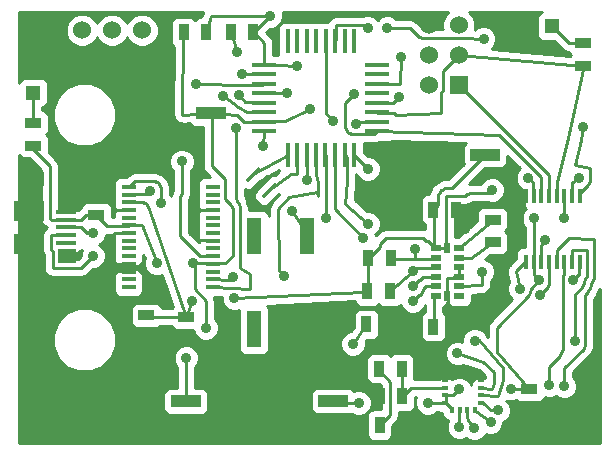
<source format=gtl>
G04 (created by PCBNEW-RS274X (2011-nov-30)-testing) date Tue 31 Jul 2012 05:06:42 PM EDT*
%MOIN*%
G04 Gerber Fmt 3.4, Leading zero omitted, Abs format*
%FSLAX34Y34*%
G01*
G70*
G90*
G04 APERTURE LIST*
%ADD10C,0.006*%
%ADD11R,0.0354X0.0236*%
%ADD12R,0.0236X0.0354*%
%ADD13R,0.0157X0.0197*%
%ADD14R,0.0197X0.0157*%
%ADD15C,0.06*%
%ADD16R,0.0472X0.0472*%
%ADD17R,0.06X0.06*%
%ADD18R,0.0669X0.0157*%
%ADD19R,0.0827X0.0472*%
%ADD20R,0.0591X0.0472*%
%ADD21R,0.0984X0.0709*%
%ADD22R,0.015X0.05*%
%ADD23R,0.0787X0.0177*%
%ADD24R,0.0177X0.0787*%
%ADD25R,0.05X0.016*%
%ADD26R,0.035X0.055*%
%ADD27R,0.055X0.035*%
%ADD28R,0.0984X0.0393*%
%ADD29R,0.0512X0.122*%
%ADD30C,0.035*%
%ADD31C,0.01*%
G04 APERTURE END LIST*
G54D10*
G54D11*
X14211Y6797D03*
X14211Y6482D03*
X14211Y6167D03*
X14211Y5853D03*
X14211Y5538D03*
X14211Y5223D03*
G54D12*
X14605Y5223D03*
G54D11*
X14999Y5223D03*
X14999Y5538D03*
X14999Y5853D03*
X14999Y6167D03*
X14999Y6482D03*
X14999Y6797D03*
G54D12*
X14605Y6797D03*
G54D13*
X14756Y1425D03*
X15012Y1425D03*
X15268Y1425D03*
X15524Y1425D03*
G54D14*
X15740Y1641D03*
X15740Y1897D03*
X15740Y2153D03*
X15740Y2409D03*
G54D13*
X15524Y2625D03*
X15268Y2625D03*
X15012Y2625D03*
X14756Y2625D03*
G54D14*
X14540Y2409D03*
X14540Y2153D03*
X14540Y1897D03*
X14540Y1641D03*
G54D15*
X4430Y14070D03*
X3430Y14070D03*
X2430Y14070D03*
G54D16*
X800Y11987D03*
X800Y12813D03*
G54D17*
X14980Y12250D03*
G54D15*
X13980Y12250D03*
X14980Y13250D03*
X13980Y13250D03*
X14980Y14250D03*
X13980Y14250D03*
G54D18*
X1893Y7500D03*
X1893Y7756D03*
X1893Y6988D03*
G54D19*
X751Y9114D03*
G54D20*
X1932Y8445D03*
G54D19*
X751Y5886D03*
G54D20*
X1932Y6555D03*
G54D18*
X1893Y7244D03*
G54D21*
X672Y8051D03*
X672Y6949D03*
G54D18*
X1893Y8012D03*
G54D16*
X18083Y14205D03*
X17257Y14205D03*
G54D10*
G36*
X8664Y9181D02*
X8219Y8736D01*
X8136Y8819D01*
X8581Y9264D01*
X8664Y9181D01*
X8664Y9181D01*
G37*
G36*
X8928Y8917D02*
X8483Y8472D01*
X8400Y8555D01*
X8845Y9000D01*
X8928Y8917D01*
X8928Y8917D01*
G37*
G36*
X8400Y9445D02*
X7955Y9000D01*
X7872Y9083D01*
X8317Y9528D01*
X8400Y9445D01*
X8400Y9445D01*
G37*
G54D22*
X17219Y6348D03*
X17475Y6348D03*
X17731Y6348D03*
X17987Y6348D03*
X18243Y6348D03*
X18499Y6348D03*
X18755Y6348D03*
X19011Y6348D03*
X19011Y8552D03*
X18755Y8552D03*
X18499Y8552D03*
X18243Y8552D03*
X17987Y8552D03*
X17731Y8552D03*
X17475Y8552D03*
X17219Y8552D03*
G54D23*
X8504Y10707D03*
X8504Y11022D03*
X8504Y11337D03*
X8504Y11652D03*
X8504Y11967D03*
X8504Y12282D03*
X8504Y12597D03*
X8504Y12912D03*
X12270Y12910D03*
X12270Y10700D03*
X12270Y11020D03*
X12270Y11340D03*
X12270Y11650D03*
X12270Y11970D03*
X12270Y12280D03*
X12270Y12600D03*
G54D24*
X9288Y13700D03*
X9602Y13700D03*
X9918Y13700D03*
X10232Y13700D03*
X10548Y13700D03*
X10862Y13700D03*
X11178Y13700D03*
X11492Y13700D03*
X9290Y9920D03*
X9600Y9920D03*
X9920Y9920D03*
X10230Y9920D03*
X10540Y9920D03*
X10860Y9920D03*
X11180Y9920D03*
X11500Y9920D03*
G54D25*
X6775Y5520D03*
X6775Y5770D03*
X6775Y6030D03*
X6775Y6290D03*
X6775Y6540D03*
X6775Y6800D03*
X6775Y7060D03*
X6775Y7310D03*
X6775Y7570D03*
X6775Y7820D03*
X6775Y8080D03*
X6775Y8340D03*
X6775Y8590D03*
X6775Y8850D03*
X3975Y8850D03*
X3975Y8590D03*
X3975Y8350D03*
X3975Y8080D03*
X3975Y7820D03*
X3975Y7570D03*
X3975Y7310D03*
X3975Y7060D03*
X3975Y6800D03*
X3975Y6540D03*
X3975Y6290D03*
X3975Y6030D03*
X3975Y5770D03*
X3975Y5520D03*
G54D26*
X11965Y6475D03*
X12715Y6475D03*
X12345Y915D03*
X13095Y915D03*
G54D27*
X17340Y2100D03*
X17340Y1350D03*
G54D26*
X14140Y4195D03*
X14890Y4195D03*
G54D27*
X16110Y7755D03*
X16110Y7005D03*
G54D26*
X14140Y8095D03*
X14890Y8095D03*
X11905Y4270D03*
X12655Y4270D03*
X11935Y5365D03*
X12685Y5365D03*
G54D27*
X4570Y4570D03*
X4570Y3820D03*
G54D26*
X13080Y2790D03*
X12330Y2790D03*
X13095Y1875D03*
X12345Y1875D03*
G54D27*
X5900Y4500D03*
X5900Y3750D03*
X2900Y7925D03*
X2900Y8675D03*
G54D26*
X8135Y14010D03*
X7385Y14010D03*
X5815Y14000D03*
X6565Y14000D03*
G54D27*
X19140Y13635D03*
X19140Y12885D03*
G54D28*
X15859Y9920D03*
X13500Y9920D03*
X10789Y1710D03*
X8430Y1710D03*
X5879Y1700D03*
X3520Y1700D03*
X6729Y11300D03*
X4370Y11300D03*
G54D27*
X800Y10975D03*
X800Y10225D03*
G54D29*
X9936Y4100D03*
X9936Y7230D03*
X8164Y7230D03*
X8164Y4100D03*
G54D30*
X17300Y9150D03*
X11950Y9450D03*
X11500Y11950D03*
X11550Y10950D03*
X7500Y5144D03*
X6080Y5040D03*
X16100Y8750D03*
X17500Y7800D03*
X13950Y1650D03*
X11650Y1650D03*
X15000Y2100D03*
X16716Y2130D03*
X17650Y5750D03*
X18800Y5750D03*
X18850Y3700D03*
X16300Y1400D03*
X9260Y11980D03*
X7668Y11910D03*
X7126Y11888D03*
X9918Y9074D03*
X15518Y3726D03*
X11950Y7620D03*
X15760Y6030D03*
X7580Y13350D03*
X7470Y5834D03*
X13450Y5050D03*
X10550Y7800D03*
X13450Y5550D03*
X11800Y7150D03*
X14938Y3298D03*
X9150Y5890D03*
X9596Y12888D03*
X9430Y8060D03*
X8700Y14550D03*
X7546Y10802D03*
X7750Y12600D03*
X18500Y7800D03*
X10800Y11050D03*
X17866Y7094D03*
X13512Y6792D03*
X11950Y14150D03*
X12600Y14150D03*
X15810Y13790D03*
X19120Y10840D03*
X13450Y6050D03*
X17030Y5450D03*
X18500Y2200D03*
X15500Y800D03*
X18000Y2250D03*
X16042Y1020D03*
X17700Y5250D03*
X15000Y850D03*
X5750Y9700D03*
X6230Y12270D03*
X12976Y9060D03*
X15196Y7440D03*
X8456Y10208D03*
X8050Y8318D03*
X13074Y13178D03*
X16756Y13634D03*
X4700Y8700D03*
X2800Y7300D03*
X2800Y6550D03*
X5050Y8300D03*
X11450Y3620D03*
X6130Y6300D03*
X4910Y6300D03*
X10010Y11460D03*
X19000Y9150D03*
X5900Y3150D03*
X6550Y4150D03*
X13000Y11850D03*
G54D31*
X17475Y8552D02*
X17500Y8550D01*
X17500Y8550D02*
X17450Y8600D01*
X17450Y8600D02*
X17450Y9000D01*
X17450Y9000D02*
X17300Y9150D01*
X11950Y9450D02*
X11500Y9900D01*
X11500Y9900D02*
X11500Y9920D01*
X17731Y8552D02*
X17730Y9178D01*
X16310Y10590D02*
X12270Y10700D01*
X17340Y9582D02*
X16310Y10590D01*
X17730Y9178D02*
X17340Y9582D01*
X11500Y11950D02*
X11200Y11650D01*
X11200Y11650D02*
X11200Y10800D01*
X11200Y10800D02*
X11250Y10750D01*
X11250Y10750D02*
X11250Y10700D01*
X11250Y10700D02*
X11300Y10650D01*
X11300Y10650D02*
X11350Y10650D01*
X11350Y10650D02*
X11400Y10600D01*
X11400Y10600D02*
X12150Y10600D01*
X12150Y10600D02*
X12250Y10700D01*
X12250Y10700D02*
X12270Y10700D01*
X14980Y12250D02*
X15000Y12250D01*
X15000Y12250D02*
X18000Y9250D01*
X18000Y9250D02*
X18000Y8550D01*
X18000Y8550D02*
X17987Y8552D01*
X12270Y11020D02*
X12250Y11000D01*
X12250Y11000D02*
X11600Y11000D01*
X11600Y11000D02*
X11550Y10950D01*
X14980Y13250D02*
X19140Y12885D01*
X12850Y11262D02*
X14400Y11312D01*
X14980Y13250D02*
X15000Y13250D01*
X14400Y12000D02*
X14400Y11312D01*
X14450Y12050D02*
X14400Y12000D01*
X14450Y12700D02*
X14450Y12050D01*
X15000Y13250D02*
X14450Y12700D01*
X12850Y11262D02*
X12850Y11300D01*
X12850Y11300D02*
X12300Y11300D01*
X12300Y11300D02*
X12250Y11350D01*
X12250Y11350D02*
X12270Y11340D01*
X18243Y8552D02*
X18250Y8550D01*
X18250Y8550D02*
X18250Y9000D01*
X18250Y9000D02*
X18609Y10488D01*
X18609Y10488D02*
X19150Y12900D01*
X19150Y12900D02*
X19140Y12885D01*
X19140Y12885D02*
X19150Y12900D01*
X17650Y5750D02*
X17394Y5452D01*
X16260Y3350D02*
X17340Y2100D01*
X16250Y4140D02*
X16260Y3350D01*
X17334Y5250D02*
X16250Y4140D01*
X17394Y5452D02*
X17334Y5250D01*
X4650Y8130D02*
X5900Y4500D01*
X12550Y7150D02*
X13300Y7150D01*
X14140Y8095D02*
X14150Y8100D01*
X14150Y8100D02*
X14300Y8250D01*
X14300Y8250D02*
X14300Y8600D01*
X14300Y8600D02*
X14350Y8650D01*
X14350Y8650D02*
X14350Y8700D01*
X14350Y8700D02*
X14400Y8750D01*
X14400Y8750D02*
X14450Y8750D01*
X14450Y8750D02*
X14500Y8800D01*
X14500Y8800D02*
X14750Y8800D01*
X14750Y8800D02*
X15850Y9900D01*
X15850Y9900D02*
X15859Y9920D01*
X11935Y5365D02*
X11950Y5350D01*
X11950Y5350D02*
X11800Y5350D01*
X11800Y5350D02*
X7500Y5144D01*
X6080Y5040D02*
X6080Y5040D01*
X6080Y5040D02*
X5900Y4500D01*
X4650Y8130D02*
X4650Y8150D01*
X4650Y8150D02*
X4600Y8200D01*
X4600Y8200D02*
X4600Y8250D01*
X4600Y8250D02*
X4550Y8300D01*
X4550Y8300D02*
X4500Y8300D01*
X4500Y8300D02*
X4450Y8350D01*
X4450Y8350D02*
X3975Y8350D01*
X14605Y6797D02*
X14600Y6800D01*
X14600Y6800D02*
X14550Y6850D01*
X14550Y6850D02*
X14550Y8550D01*
X14550Y8550D02*
X15200Y8550D01*
X15200Y8550D02*
X15250Y8600D01*
X15250Y8600D02*
X15300Y8600D01*
X15300Y8600D02*
X15350Y8650D01*
X15350Y8650D02*
X16000Y8650D01*
X16000Y8650D02*
X16100Y8750D01*
X17500Y7800D02*
X17500Y6350D01*
X17500Y6350D02*
X17475Y6348D01*
X14540Y1641D02*
X14550Y1650D01*
X14550Y1650D02*
X13950Y1650D01*
X11650Y1650D02*
X10850Y1650D01*
X10850Y1650D02*
X10800Y1700D01*
X10800Y1700D02*
X10789Y1710D01*
X17340Y2100D02*
X16716Y2130D01*
X14800Y1900D02*
X14550Y1900D01*
X15000Y2100D02*
X14800Y1900D01*
X14550Y1900D02*
X14540Y1897D01*
X11965Y6475D02*
X11950Y6450D01*
X11950Y6450D02*
X12350Y6850D01*
X12350Y6850D02*
X12350Y6950D01*
X12350Y6950D02*
X12550Y7150D01*
X13300Y7150D02*
X13800Y7150D01*
X13800Y7150D02*
X13900Y7050D01*
X13900Y7050D02*
X13950Y7050D01*
X13950Y7050D02*
X14200Y6800D01*
X14200Y6800D02*
X14211Y6797D01*
X17475Y6348D02*
X17500Y6350D01*
X17500Y6350D02*
X17500Y5900D01*
X17500Y5900D02*
X17650Y5750D01*
X18800Y5750D02*
X18950Y5900D01*
X18950Y5900D02*
X19000Y5900D01*
X19000Y5900D02*
X19000Y6350D01*
X19000Y6350D02*
X19011Y6348D01*
X5900Y4500D02*
X4600Y4500D01*
X4550Y4550D02*
X4570Y4570D01*
X4600Y4500D02*
X4550Y4550D01*
X14211Y6797D02*
X14200Y6800D01*
X14200Y6800D02*
X14150Y6850D01*
X14150Y6850D02*
X14150Y8100D01*
X14150Y8100D02*
X14140Y8095D01*
X14540Y1641D02*
X14550Y1650D01*
X14550Y1650D02*
X14750Y1450D01*
X14750Y1450D02*
X14750Y1400D01*
X14750Y1400D02*
X14756Y1425D01*
X11935Y5365D02*
X11950Y5350D01*
X11950Y5350D02*
X11950Y6450D01*
X11950Y6450D02*
X11965Y6475D01*
X14211Y6797D02*
X14200Y6800D01*
X14200Y6800D02*
X14600Y6800D01*
X14600Y6800D02*
X14605Y6797D01*
X14540Y1897D02*
X14550Y1900D01*
X14550Y1900D02*
X14550Y1650D01*
X14550Y1650D02*
X14540Y1641D01*
X18755Y6348D02*
X18750Y6350D01*
X18750Y6350D02*
X18750Y6750D01*
X18750Y6750D02*
X19250Y6750D01*
X19250Y6750D02*
X19250Y5850D01*
X19250Y5850D02*
X19200Y5800D01*
X19200Y5800D02*
X19200Y5750D01*
X19200Y5750D02*
X19150Y5700D01*
X19150Y5700D02*
X19150Y5600D01*
X19150Y5600D02*
X19100Y5550D01*
X19100Y5550D02*
X19100Y5500D01*
X19100Y5500D02*
X18850Y5250D01*
X18850Y5250D02*
X18850Y3700D01*
X16300Y1400D02*
X16050Y1400D01*
X16050Y1400D02*
X15800Y1650D01*
X15800Y1650D02*
X15750Y1650D01*
X15750Y1650D02*
X15740Y1641D01*
X8504Y11967D02*
X9260Y11980D01*
X8504Y11652D02*
X7868Y11670D01*
X7868Y11670D02*
X7668Y11910D01*
X7146Y11888D02*
X7126Y11888D01*
X7630Y11530D02*
X7146Y11888D01*
X7910Y11348D02*
X7630Y11530D01*
X8504Y11337D02*
X7910Y11348D01*
X15740Y1897D02*
X16282Y1892D01*
X9918Y9074D02*
X9920Y9920D01*
X15644Y3746D02*
X15518Y3726D01*
X16442Y2816D02*
X15644Y3746D01*
X16456Y2402D02*
X16442Y2816D01*
X16282Y1892D02*
X16456Y2402D01*
X14999Y5538D02*
X15760Y5580D01*
X11200Y8280D02*
X11250Y9050D01*
X11950Y7620D02*
X11200Y8280D01*
X15760Y5580D02*
X15760Y6030D01*
X11180Y9920D02*
X11250Y9850D01*
X11250Y9850D02*
X11250Y9050D01*
X6775Y5770D02*
X7336Y5744D01*
X7580Y13350D02*
X7385Y14010D01*
X7336Y5744D02*
X7470Y5834D01*
X14211Y5538D02*
X14200Y5550D01*
X14200Y5550D02*
X13900Y5550D01*
X13900Y5550D02*
X13800Y5450D01*
X13800Y5450D02*
X13800Y5400D01*
X13800Y5400D02*
X13750Y5350D01*
X13750Y5350D02*
X13750Y5300D01*
X13750Y5300D02*
X13700Y5250D01*
X13700Y5250D02*
X13650Y5250D01*
X13650Y5250D02*
X13450Y5050D01*
X10550Y7800D02*
X10550Y9900D01*
X10550Y9900D02*
X10540Y9920D01*
X14211Y5853D02*
X14200Y5850D01*
X14200Y5850D02*
X13800Y5850D01*
X13800Y5850D02*
X13700Y5750D01*
X13700Y5750D02*
X13650Y5750D01*
X13650Y5750D02*
X13450Y5550D01*
X11800Y7150D02*
X10850Y8100D01*
X10850Y8100D02*
X10850Y9900D01*
X10850Y9900D02*
X10860Y9920D01*
X10230Y9920D02*
X10224Y9294D01*
X16096Y2126D02*
X15740Y2153D01*
X16156Y2300D02*
X16096Y2126D01*
X16156Y2688D02*
X16156Y2300D01*
X15806Y3026D02*
X16156Y2688D01*
X14938Y3298D02*
X15806Y3026D01*
X8994Y6070D02*
X9150Y5890D01*
X8964Y8112D02*
X8994Y6070D01*
X9316Y8520D02*
X8964Y8112D01*
X10254Y8692D02*
X9316Y8520D01*
X10278Y8538D02*
X10254Y8692D01*
X10302Y8988D02*
X10278Y8538D01*
X10224Y9294D02*
X10302Y8988D01*
X6565Y14000D02*
X6730Y14560D01*
X6730Y14560D02*
X8700Y14550D01*
X8504Y12912D02*
X8500Y12900D01*
X8500Y12900D02*
X9000Y12900D01*
X9000Y12900D02*
X9596Y12888D01*
X9596Y12888D02*
X9596Y12888D01*
X9430Y8060D02*
X9950Y7250D01*
X9950Y7250D02*
X9936Y7230D01*
X8700Y14550D02*
X8150Y14000D01*
X8150Y14000D02*
X8135Y14010D01*
X8135Y14010D02*
X8150Y14000D01*
X8150Y14000D02*
X8500Y13650D01*
X8500Y13650D02*
X8500Y12900D01*
X8500Y12900D02*
X8504Y12912D01*
X8135Y14010D02*
X8150Y14000D01*
X6775Y5520D02*
X6800Y5500D01*
X6800Y5500D02*
X8020Y5462D01*
X8020Y5462D02*
X8020Y5962D01*
X8020Y5962D02*
X7700Y6144D01*
X7700Y6144D02*
X7700Y6236D01*
X7700Y6236D02*
X7700Y8200D01*
X7700Y8200D02*
X7650Y8250D01*
X7650Y8250D02*
X7650Y8300D01*
X7650Y8300D02*
X7600Y8350D01*
X7600Y8350D02*
X7600Y8400D01*
X7600Y8400D02*
X7550Y8450D01*
X7550Y8450D02*
X7546Y10802D01*
X7750Y12600D02*
X8500Y12600D01*
X8500Y12600D02*
X8504Y12597D01*
X18499Y8552D02*
X18500Y8550D01*
X18500Y8550D02*
X18500Y7800D01*
X10800Y11050D02*
X10550Y11300D01*
X10550Y11300D02*
X10550Y13700D01*
X10550Y13700D02*
X10548Y13700D01*
X13524Y6450D02*
X13512Y6792D01*
X17730Y6882D02*
X17731Y6348D01*
X17866Y7094D02*
X17730Y6882D01*
X12715Y6475D02*
X12700Y6450D01*
X12700Y6450D02*
X13524Y6450D01*
X13524Y6450D02*
X14150Y6450D01*
X14150Y6450D02*
X14200Y6500D01*
X14200Y6500D02*
X14211Y6482D01*
X10862Y13700D02*
X10850Y13700D01*
X10850Y13700D02*
X10900Y13750D01*
X10900Y13750D02*
X10900Y14250D01*
X10900Y14250D02*
X11850Y14250D01*
X11850Y14250D02*
X11950Y14150D01*
X12600Y14150D02*
X13350Y14150D01*
X13350Y14150D02*
X13650Y13850D01*
X13650Y13850D02*
X13700Y13850D01*
X13700Y13850D02*
X13750Y13800D01*
X13750Y13800D02*
X15150Y13800D01*
X15150Y13800D02*
X15810Y13790D01*
X19120Y10840D02*
X19050Y10420D01*
X19050Y10420D02*
X18872Y9580D01*
X18872Y9580D02*
X19350Y9490D01*
X19350Y9490D02*
X19350Y9000D01*
X19350Y9000D02*
X19300Y8950D01*
X19300Y8950D02*
X19300Y8900D01*
X19300Y8900D02*
X19000Y8600D01*
X19000Y8600D02*
X19000Y8550D01*
X19000Y8550D02*
X19011Y8552D01*
X12685Y5365D02*
X13450Y6050D01*
X14211Y6167D02*
X14200Y6150D01*
X14200Y6150D02*
X13550Y6150D01*
X13550Y6150D02*
X13450Y6050D01*
X17030Y5450D02*
X16900Y6050D01*
X16900Y6050D02*
X17200Y6350D01*
X17200Y6350D02*
X17219Y6348D01*
X18650Y7150D02*
X19428Y7112D01*
X19476Y7098D02*
X19500Y6000D01*
X19428Y7112D02*
X19476Y7098D01*
X18243Y6348D02*
X18250Y6350D01*
X18250Y6350D02*
X18250Y6750D01*
X18250Y6750D02*
X18650Y7150D01*
X19500Y6000D02*
X19500Y5800D01*
X19500Y5800D02*
X19450Y5750D01*
X19450Y5750D02*
X19450Y5700D01*
X19450Y5700D02*
X19400Y5650D01*
X19400Y5650D02*
X19400Y5550D01*
X19400Y5550D02*
X19350Y5500D01*
X19350Y5500D02*
X19350Y5450D01*
X19350Y5450D02*
X19300Y5400D01*
X19300Y5400D02*
X19300Y5350D01*
X19300Y5350D02*
X19200Y5250D01*
X19200Y5250D02*
X19200Y3550D01*
X19200Y3550D02*
X19150Y3500D01*
X19150Y3500D02*
X19150Y3450D01*
X19150Y3450D02*
X18500Y2800D01*
X18500Y2800D02*
X18500Y2200D01*
X15500Y800D02*
X15350Y950D01*
X15350Y950D02*
X15350Y1000D01*
X15350Y1000D02*
X15300Y1050D01*
X15300Y1050D02*
X15300Y1100D01*
X15300Y1100D02*
X15250Y1150D01*
X15250Y1150D02*
X15250Y1400D01*
X15250Y1400D02*
X15268Y1425D01*
X18499Y6348D02*
X18500Y6350D01*
X18500Y6350D02*
X18500Y5900D01*
X18500Y5900D02*
X18450Y5900D01*
X18450Y5900D02*
X18450Y3400D01*
X18450Y3400D02*
X18400Y3350D01*
X18400Y3350D02*
X18400Y3300D01*
X18400Y3300D02*
X18350Y3250D01*
X18350Y3250D02*
X18350Y3200D01*
X18350Y3200D02*
X18000Y2850D01*
X18000Y2850D02*
X18000Y2250D01*
X16042Y1020D02*
X15500Y1400D01*
X15500Y1400D02*
X15524Y1425D01*
X17987Y6348D02*
X18000Y6350D01*
X18000Y6350D02*
X18000Y5600D01*
X18000Y5600D02*
X17950Y5550D01*
X17950Y5550D02*
X17950Y5500D01*
X17950Y5500D02*
X17700Y5250D01*
X15000Y850D02*
X15000Y1400D01*
X15000Y1400D02*
X15012Y1425D01*
X8136Y9264D02*
X9290Y9920D01*
X8664Y8736D02*
X9386Y9284D01*
X9582Y9290D02*
X9600Y9920D01*
X9386Y9284D02*
X9582Y9290D01*
X6775Y6540D02*
X6800Y6550D01*
X6800Y6550D02*
X6350Y6550D01*
X6350Y6550D02*
X5700Y7200D01*
X5700Y7200D02*
X5700Y8550D01*
X5700Y8550D02*
X5750Y8600D01*
X5750Y8600D02*
X5750Y9700D01*
X6230Y12270D02*
X6230Y12270D01*
X6230Y12270D02*
X7950Y12250D01*
X7950Y12250D02*
X8450Y12250D01*
X8450Y12250D02*
X8500Y12300D01*
X8500Y12300D02*
X8504Y12282D01*
X3975Y6030D02*
X3975Y6290D01*
X14540Y2409D02*
X14756Y2625D01*
X1893Y8012D02*
X1932Y8445D01*
X14890Y8095D02*
X15196Y7440D01*
X17219Y8552D02*
X16862Y8444D01*
X14999Y5853D02*
X14999Y6167D01*
X14605Y5223D02*
X14598Y5816D01*
X14598Y5816D02*
X14999Y5853D01*
X14605Y5223D02*
X14658Y4776D01*
X15740Y2409D02*
X15822Y2558D01*
X3975Y8080D02*
X3528Y8080D01*
X3975Y6030D02*
X3492Y6064D01*
X3975Y6290D02*
X3556Y6280D01*
X3975Y7310D02*
X3528Y7324D01*
X3528Y7324D02*
X3430Y7212D01*
X6775Y7060D02*
X6314Y7072D01*
X6775Y8080D02*
X6244Y8066D01*
X8504Y10707D02*
X8456Y10208D01*
X8400Y9000D02*
X8022Y8576D01*
X8022Y8576D02*
X8050Y8318D01*
X12270Y12280D02*
X13032Y12292D01*
X13032Y12292D02*
X13074Y13178D01*
X17257Y14205D02*
X16756Y13634D01*
X14999Y6797D02*
X16110Y7755D01*
X14999Y6482D02*
X15396Y6492D01*
X15396Y6492D02*
X16110Y7005D01*
X14211Y5223D02*
X14200Y5200D01*
X14200Y5200D02*
X14150Y5150D01*
X14150Y5150D02*
X14150Y4200D01*
X14150Y4200D02*
X14140Y4195D01*
X12345Y915D02*
X12350Y900D01*
X12350Y900D02*
X12700Y1250D01*
X12700Y1250D02*
X12700Y2350D01*
X12700Y2350D02*
X12350Y2700D01*
X12350Y2700D02*
X12350Y2800D01*
X12350Y2800D02*
X12330Y2790D01*
X14540Y2153D02*
X14550Y2150D01*
X14550Y2150D02*
X13400Y2150D01*
X13400Y2150D02*
X13100Y1850D01*
X13100Y1850D02*
X13095Y1875D01*
X13095Y1875D02*
X13100Y1850D01*
X13100Y1850D02*
X13100Y2800D01*
X13100Y2800D02*
X13080Y2790D01*
X800Y10975D02*
X800Y11987D01*
X3975Y8590D02*
X4000Y8600D01*
X4000Y8600D02*
X4600Y8600D01*
X4600Y8600D02*
X4700Y8700D01*
X2800Y7300D02*
X2600Y7300D01*
X2600Y7300D02*
X2400Y7500D01*
X2400Y7500D02*
X1893Y7500D01*
X1893Y7244D02*
X1900Y7250D01*
X1900Y7250D02*
X1400Y7250D01*
X1400Y7250D02*
X1400Y6750D01*
X1400Y6750D02*
X1450Y6700D01*
X1450Y6700D02*
X1450Y6150D01*
X1450Y6150D02*
X2400Y6150D01*
X2400Y6150D02*
X2800Y6550D01*
X5050Y8300D02*
X5050Y8850D01*
X5050Y8850D02*
X5000Y8900D01*
X5000Y8900D02*
X5000Y8950D01*
X5000Y8950D02*
X4950Y9000D01*
X4950Y9000D02*
X4900Y9000D01*
X4900Y9000D02*
X4850Y9050D01*
X4850Y9050D02*
X4200Y9050D01*
X4200Y9050D02*
X4000Y8850D01*
X4000Y8850D02*
X3975Y8850D01*
X19140Y13635D02*
X19150Y13650D01*
X19150Y13650D02*
X18650Y13650D01*
X18650Y13650D02*
X18100Y14200D01*
X18100Y14200D02*
X18083Y14205D01*
X11905Y4270D02*
X11450Y3620D01*
X3975Y7570D02*
X4410Y7590D01*
X6180Y6300D02*
X6180Y6310D01*
X6130Y6300D02*
X6180Y6300D01*
X4410Y7590D02*
X4910Y6300D01*
X9190Y11050D02*
X8504Y11022D01*
X10010Y11460D02*
X9190Y11050D01*
X19000Y9150D02*
X18950Y9150D01*
X18950Y9150D02*
X18800Y9000D01*
X18800Y9000D02*
X18750Y9000D01*
X18750Y9000D02*
X18750Y8550D01*
X18750Y8550D02*
X18755Y8552D01*
X6775Y6290D02*
X6800Y6300D01*
X6800Y6300D02*
X6180Y6310D01*
X6180Y6310D02*
X6180Y6310D01*
X6180Y6310D02*
X6180Y5450D01*
X5900Y1700D02*
X5879Y1700D01*
X5900Y3150D02*
X5900Y1700D01*
X6550Y5050D02*
X6550Y4150D01*
X6180Y5450D02*
X6550Y5050D01*
X1893Y7756D02*
X1900Y7750D01*
X1900Y7750D02*
X1400Y7750D01*
X1400Y7750D02*
X1350Y7800D01*
X1350Y7800D02*
X1350Y9550D01*
X1350Y9550D02*
X800Y10100D01*
X800Y10100D02*
X800Y10225D01*
X6729Y11300D02*
X6750Y11300D01*
X6750Y11300D02*
X5770Y11260D01*
X5770Y11260D02*
X5800Y14000D01*
X5800Y14000D02*
X5815Y14000D01*
X8504Y11022D02*
X8500Y11000D01*
X6775Y6290D02*
X6800Y6300D01*
X6800Y6300D02*
X7200Y6300D01*
X7200Y6300D02*
X7450Y6550D01*
X7450Y6550D02*
X7450Y8150D01*
X7450Y8150D02*
X7400Y8200D01*
X7400Y8200D02*
X7400Y8250D01*
X7400Y8250D02*
X7200Y8450D01*
X7200Y8450D02*
X7200Y9100D01*
X7200Y9100D02*
X6750Y9550D01*
X6750Y9550D02*
X6750Y11300D01*
X6750Y11300D02*
X6729Y11300D01*
X12270Y11650D02*
X12800Y11650D01*
X12800Y11650D02*
X13000Y11850D01*
X6729Y11300D02*
X7588Y11258D01*
X7588Y11258D02*
X7838Y11008D01*
X7838Y11008D02*
X8450Y11050D01*
X8450Y11050D02*
X8500Y11000D01*
X8500Y11000D02*
X8504Y11022D01*
X3975Y7570D02*
X4000Y7550D01*
X4000Y7550D02*
X3250Y7550D01*
X3250Y7550D02*
X2900Y7900D01*
X2900Y7900D02*
X2900Y7925D01*
X2900Y7925D02*
X2900Y7900D01*
X2900Y7900D02*
X2550Y7900D01*
X2550Y7900D02*
X2400Y7750D01*
X2400Y7750D02*
X1900Y7750D01*
X1900Y7750D02*
X1893Y7756D01*
G54D10*
G36*
X2425Y6757D02*
X2375Y6635D01*
X2375Y6550D01*
X2275Y6450D01*
X1750Y6450D01*
X1750Y6661D01*
X2276Y6661D01*
X2368Y6699D01*
X2425Y6757D01*
X2425Y6757D01*
G37*
G54D31*
X2425Y6757D02*
X2375Y6635D01*
X2375Y6550D01*
X2275Y6450D01*
X1750Y6450D01*
X1750Y6661D01*
X2276Y6661D01*
X2368Y6699D01*
X2425Y6757D01*
G54D10*
G36*
X6697Y9179D02*
X6476Y9179D01*
X6384Y9141D01*
X6314Y9071D01*
X6276Y8980D01*
X6276Y8881D01*
X6276Y8721D01*
X6276Y8720D01*
X6276Y8621D01*
X6276Y8470D01*
X6276Y8461D01*
X6276Y8371D01*
X6276Y8211D01*
X6314Y8119D01*
X6353Y8080D01*
X6314Y8041D01*
X6276Y7950D01*
X6276Y7851D01*
X6276Y7700D01*
X6276Y7691D01*
X6276Y7601D01*
X6276Y7441D01*
X6276Y7440D01*
X6276Y7341D01*
X6276Y7181D01*
X6314Y7089D01*
X6348Y7055D01*
X6314Y7021D01*
X6310Y7014D01*
X6000Y7324D01*
X6000Y8445D01*
X6027Y8485D01*
X6049Y8599D01*
X6050Y8600D01*
X6050Y9399D01*
X6110Y9459D01*
X6175Y9615D01*
X6175Y9784D01*
X6111Y9940D01*
X5991Y10060D01*
X5835Y10125D01*
X5666Y10125D01*
X5510Y10061D01*
X5390Y9941D01*
X5325Y9785D01*
X5325Y9616D01*
X5389Y9460D01*
X5450Y9399D01*
X5450Y8706D01*
X5423Y8665D01*
X5400Y8551D01*
X5350Y8601D01*
X5350Y8850D01*
X5349Y8851D01*
X5327Y8965D01*
X5284Y9029D01*
X5284Y9030D01*
X5283Y9031D01*
X5277Y9065D01*
X5212Y9162D01*
X5212Y9163D01*
X5162Y9212D01*
X5065Y9277D01*
X5028Y9285D01*
X4979Y9318D01*
X4979Y13961D01*
X4979Y14179D01*
X4895Y14381D01*
X4741Y14535D01*
X4539Y14619D01*
X4321Y14619D01*
X4119Y14535D01*
X3965Y14381D01*
X3930Y14297D01*
X3895Y14381D01*
X3741Y14535D01*
X3539Y14619D01*
X3321Y14619D01*
X3119Y14535D01*
X2965Y14381D01*
X2930Y14297D01*
X2895Y14381D01*
X2741Y14535D01*
X2539Y14619D01*
X2321Y14619D01*
X2119Y14535D01*
X1965Y14381D01*
X1881Y14179D01*
X1881Y13961D01*
X1965Y13759D01*
X2119Y13605D01*
X2321Y13521D01*
X2539Y13521D01*
X2741Y13605D01*
X2895Y13759D01*
X2930Y13844D01*
X2965Y13759D01*
X3119Y13605D01*
X3321Y13521D01*
X3539Y13521D01*
X3741Y13605D01*
X3895Y13759D01*
X3930Y13844D01*
X3965Y13759D01*
X4119Y13605D01*
X4321Y13521D01*
X4539Y13521D01*
X4741Y13605D01*
X4895Y13759D01*
X4979Y13961D01*
X4979Y9318D01*
X4965Y9327D01*
X4850Y9350D01*
X4200Y9350D01*
X4085Y9327D01*
X3987Y9262D01*
X3904Y9179D01*
X3676Y9179D01*
X3584Y9141D01*
X3550Y9107D01*
X3550Y11040D01*
X3550Y11458D01*
X3390Y11844D01*
X3095Y12140D01*
X2710Y12300D01*
X2292Y12300D01*
X1906Y12140D01*
X1610Y11845D01*
X1450Y11460D01*
X1450Y11042D01*
X1610Y10656D01*
X1905Y10360D01*
X2290Y10200D01*
X2708Y10200D01*
X3094Y10360D01*
X3390Y10655D01*
X3550Y11040D01*
X3550Y9107D01*
X3514Y9071D01*
X3476Y8980D01*
X3476Y8881D01*
X3476Y8721D01*
X3476Y8720D01*
X3476Y8621D01*
X3476Y8480D01*
X3476Y8461D01*
X3476Y8381D01*
X3476Y8221D01*
X3514Y8129D01*
X3558Y8085D01*
X3514Y8041D01*
X3476Y7950D01*
X3476Y7851D01*
X3476Y7850D01*
X3424Y7850D01*
X3424Y8149D01*
X3386Y8241D01*
X3316Y8311D01*
X3225Y8349D01*
X3126Y8349D01*
X2576Y8349D01*
X2484Y8311D01*
X2414Y8241D01*
X2376Y8150D01*
X2376Y8138D01*
X2338Y8112D01*
X2299Y8074D01*
X2277Y8083D01*
X2178Y8083D01*
X1650Y8083D01*
X1650Y9550D01*
X1649Y9551D01*
X1627Y9665D01*
X1562Y9762D01*
X1562Y9763D01*
X1324Y10000D01*
X1324Y10001D01*
X1324Y10099D01*
X1324Y10449D01*
X1286Y10541D01*
X1227Y10600D01*
X1286Y10659D01*
X1324Y10750D01*
X1324Y10849D01*
X1324Y11199D01*
X1286Y11291D01*
X1216Y11361D01*
X1125Y11399D01*
X1100Y11399D01*
X1100Y11509D01*
X1177Y11540D01*
X1247Y11610D01*
X1285Y11701D01*
X1285Y11800D01*
X1285Y12272D01*
X1247Y12364D01*
X1177Y12434D01*
X1086Y12472D01*
X987Y12472D01*
X515Y12472D01*
X423Y12434D01*
X353Y12364D01*
X325Y12297D01*
X325Y14675D01*
X6453Y14675D01*
X6450Y14662D01*
X6442Y14644D01*
X6406Y14524D01*
X6341Y14524D01*
X6249Y14486D01*
X6190Y14427D01*
X6131Y14486D01*
X6040Y14524D01*
X5941Y14524D01*
X5591Y14524D01*
X5499Y14486D01*
X5429Y14416D01*
X5391Y14325D01*
X5391Y14226D01*
X5391Y13676D01*
X5429Y13584D01*
X5493Y13520D01*
X5470Y11263D01*
X5471Y11257D01*
X5470Y11248D01*
X5482Y11196D01*
X5492Y11148D01*
X5496Y11142D01*
X5498Y11134D01*
X5526Y11096D01*
X5556Y11050D01*
X5563Y11045D01*
X5567Y11040D01*
X5601Y11019D01*
X5652Y10984D01*
X5660Y10983D01*
X5666Y10979D01*
X5712Y10972D01*
X5767Y10960D01*
X5773Y10962D01*
X5782Y10960D01*
X6023Y10970D01*
X6026Y10963D01*
X6096Y10893D01*
X6187Y10855D01*
X6286Y10855D01*
X6450Y10855D01*
X6450Y9550D01*
X6473Y9435D01*
X6538Y9338D01*
X6697Y9179D01*
X6697Y9179D01*
G37*
G54D31*
X6697Y9179D02*
X6476Y9179D01*
X6384Y9141D01*
X6314Y9071D01*
X6276Y8980D01*
X6276Y8881D01*
X6276Y8721D01*
X6276Y8720D01*
X6276Y8621D01*
X6276Y8470D01*
X6276Y8461D01*
X6276Y8371D01*
X6276Y8211D01*
X6314Y8119D01*
X6353Y8080D01*
X6314Y8041D01*
X6276Y7950D01*
X6276Y7851D01*
X6276Y7700D01*
X6276Y7691D01*
X6276Y7601D01*
X6276Y7441D01*
X6276Y7440D01*
X6276Y7341D01*
X6276Y7181D01*
X6314Y7089D01*
X6348Y7055D01*
X6314Y7021D01*
X6310Y7014D01*
X6000Y7324D01*
X6000Y8445D01*
X6027Y8485D01*
X6049Y8599D01*
X6050Y8600D01*
X6050Y9399D01*
X6110Y9459D01*
X6175Y9615D01*
X6175Y9784D01*
X6111Y9940D01*
X5991Y10060D01*
X5835Y10125D01*
X5666Y10125D01*
X5510Y10061D01*
X5390Y9941D01*
X5325Y9785D01*
X5325Y9616D01*
X5389Y9460D01*
X5450Y9399D01*
X5450Y8706D01*
X5423Y8665D01*
X5400Y8551D01*
X5350Y8601D01*
X5350Y8850D01*
X5349Y8851D01*
X5327Y8965D01*
X5284Y9029D01*
X5284Y9030D01*
X5283Y9031D01*
X5277Y9065D01*
X5212Y9162D01*
X5212Y9163D01*
X5162Y9212D01*
X5065Y9277D01*
X5028Y9285D01*
X4979Y9318D01*
X4979Y13961D01*
X4979Y14179D01*
X4895Y14381D01*
X4741Y14535D01*
X4539Y14619D01*
X4321Y14619D01*
X4119Y14535D01*
X3965Y14381D01*
X3930Y14297D01*
X3895Y14381D01*
X3741Y14535D01*
X3539Y14619D01*
X3321Y14619D01*
X3119Y14535D01*
X2965Y14381D01*
X2930Y14297D01*
X2895Y14381D01*
X2741Y14535D01*
X2539Y14619D01*
X2321Y14619D01*
X2119Y14535D01*
X1965Y14381D01*
X1881Y14179D01*
X1881Y13961D01*
X1965Y13759D01*
X2119Y13605D01*
X2321Y13521D01*
X2539Y13521D01*
X2741Y13605D01*
X2895Y13759D01*
X2930Y13844D01*
X2965Y13759D01*
X3119Y13605D01*
X3321Y13521D01*
X3539Y13521D01*
X3741Y13605D01*
X3895Y13759D01*
X3930Y13844D01*
X3965Y13759D01*
X4119Y13605D01*
X4321Y13521D01*
X4539Y13521D01*
X4741Y13605D01*
X4895Y13759D01*
X4979Y13961D01*
X4979Y9318D01*
X4965Y9327D01*
X4850Y9350D01*
X4200Y9350D01*
X4085Y9327D01*
X3987Y9262D01*
X3904Y9179D01*
X3676Y9179D01*
X3584Y9141D01*
X3550Y9107D01*
X3550Y11040D01*
X3550Y11458D01*
X3390Y11844D01*
X3095Y12140D01*
X2710Y12300D01*
X2292Y12300D01*
X1906Y12140D01*
X1610Y11845D01*
X1450Y11460D01*
X1450Y11042D01*
X1610Y10656D01*
X1905Y10360D01*
X2290Y10200D01*
X2708Y10200D01*
X3094Y10360D01*
X3390Y10655D01*
X3550Y11040D01*
X3550Y9107D01*
X3514Y9071D01*
X3476Y8980D01*
X3476Y8881D01*
X3476Y8721D01*
X3476Y8720D01*
X3476Y8621D01*
X3476Y8480D01*
X3476Y8461D01*
X3476Y8381D01*
X3476Y8221D01*
X3514Y8129D01*
X3558Y8085D01*
X3514Y8041D01*
X3476Y7950D01*
X3476Y7851D01*
X3476Y7850D01*
X3424Y7850D01*
X3424Y8149D01*
X3386Y8241D01*
X3316Y8311D01*
X3225Y8349D01*
X3126Y8349D01*
X2576Y8349D01*
X2484Y8311D01*
X2414Y8241D01*
X2376Y8150D01*
X2376Y8138D01*
X2338Y8112D01*
X2299Y8074D01*
X2277Y8083D01*
X2178Y8083D01*
X1650Y8083D01*
X1650Y9550D01*
X1649Y9551D01*
X1627Y9665D01*
X1562Y9762D01*
X1562Y9763D01*
X1324Y10000D01*
X1324Y10001D01*
X1324Y10099D01*
X1324Y10449D01*
X1286Y10541D01*
X1227Y10600D01*
X1286Y10659D01*
X1324Y10750D01*
X1324Y10849D01*
X1324Y11199D01*
X1286Y11291D01*
X1216Y11361D01*
X1125Y11399D01*
X1100Y11399D01*
X1100Y11509D01*
X1177Y11540D01*
X1247Y11610D01*
X1285Y11701D01*
X1285Y11800D01*
X1285Y12272D01*
X1247Y12364D01*
X1177Y12434D01*
X1086Y12472D01*
X987Y12472D01*
X515Y12472D01*
X423Y12434D01*
X353Y12364D01*
X325Y12297D01*
X325Y14675D01*
X6453Y14675D01*
X6450Y14662D01*
X6442Y14644D01*
X6406Y14524D01*
X6341Y14524D01*
X6249Y14486D01*
X6190Y14427D01*
X6131Y14486D01*
X6040Y14524D01*
X5941Y14524D01*
X5591Y14524D01*
X5499Y14486D01*
X5429Y14416D01*
X5391Y14325D01*
X5391Y14226D01*
X5391Y13676D01*
X5429Y13584D01*
X5493Y13520D01*
X5470Y11263D01*
X5471Y11257D01*
X5470Y11248D01*
X5482Y11196D01*
X5492Y11148D01*
X5496Y11142D01*
X5498Y11134D01*
X5526Y11096D01*
X5556Y11050D01*
X5563Y11045D01*
X5567Y11040D01*
X5601Y11019D01*
X5652Y10984D01*
X5660Y10983D01*
X5666Y10979D01*
X5712Y10972D01*
X5767Y10960D01*
X5773Y10962D01*
X5782Y10960D01*
X6023Y10970D01*
X6026Y10963D01*
X6096Y10893D01*
X6187Y10855D01*
X6286Y10855D01*
X6450Y10855D01*
X6450Y9550D01*
X6473Y9435D01*
X6538Y9338D01*
X6697Y9179D01*
G54D10*
G36*
X9005Y9372D02*
X8843Y9249D01*
X8796Y9249D01*
X8704Y9212D01*
X8634Y9142D01*
X8189Y8696D01*
X8151Y8604D01*
X8151Y8505D01*
X8188Y8414D01*
X8258Y8344D01*
X8342Y8261D01*
X8433Y8223D01*
X8532Y8223D01*
X8624Y8260D01*
X8694Y8330D01*
X8909Y8546D01*
X9004Y8618D01*
X8737Y8308D01*
X8713Y8267D01*
X8685Y8223D01*
X8683Y8214D01*
X8679Y8206D01*
X8673Y8160D01*
X8664Y8108D01*
X8667Y7894D01*
X8631Y7981D01*
X8561Y8051D01*
X8470Y8089D01*
X8371Y8089D01*
X8000Y8089D01*
X8000Y8200D01*
X7999Y8201D01*
X7977Y8315D01*
X7934Y8379D01*
X7934Y8380D01*
X7933Y8381D01*
X7927Y8415D01*
X7884Y8479D01*
X7884Y8480D01*
X7883Y8481D01*
X7877Y8515D01*
X7849Y8556D01*
X7849Y8775D01*
X7905Y8751D01*
X8004Y8751D01*
X8096Y8788D01*
X8166Y8858D01*
X8345Y9039D01*
X8984Y9402D01*
X8991Y9386D01*
X9005Y9372D01*
X9005Y9372D01*
G37*
G54D31*
X9005Y9372D02*
X8843Y9249D01*
X8796Y9249D01*
X8704Y9212D01*
X8634Y9142D01*
X8189Y8696D01*
X8151Y8604D01*
X8151Y8505D01*
X8188Y8414D01*
X8258Y8344D01*
X8342Y8261D01*
X8433Y8223D01*
X8532Y8223D01*
X8624Y8260D01*
X8694Y8330D01*
X8909Y8546D01*
X9004Y8618D01*
X8737Y8308D01*
X8713Y8267D01*
X8685Y8223D01*
X8683Y8214D01*
X8679Y8206D01*
X8673Y8160D01*
X8664Y8108D01*
X8667Y7894D01*
X8631Y7981D01*
X8561Y8051D01*
X8470Y8089D01*
X8371Y8089D01*
X8000Y8089D01*
X8000Y8200D01*
X7999Y8201D01*
X7977Y8315D01*
X7934Y8379D01*
X7934Y8380D01*
X7933Y8381D01*
X7927Y8415D01*
X7884Y8479D01*
X7884Y8480D01*
X7883Y8481D01*
X7877Y8515D01*
X7849Y8556D01*
X7849Y8775D01*
X7905Y8751D01*
X8004Y8751D01*
X8096Y8788D01*
X8166Y8858D01*
X8345Y9039D01*
X8984Y9402D01*
X8991Y9386D01*
X9005Y9372D01*
G54D10*
G36*
X14629Y14675D02*
X14515Y14561D01*
X14431Y14359D01*
X14431Y14141D01*
X14448Y14100D01*
X13855Y14100D01*
X13815Y14127D01*
X13792Y14132D01*
X13562Y14362D01*
X13465Y14427D01*
X13350Y14450D01*
X12901Y14450D01*
X12841Y14510D01*
X12685Y14575D01*
X12516Y14575D01*
X12360Y14511D01*
X12275Y14426D01*
X12191Y14510D01*
X12035Y14575D01*
X11866Y14575D01*
X11805Y14550D01*
X10900Y14550D01*
X10785Y14527D01*
X10688Y14462D01*
X10623Y14365D01*
X10618Y14342D01*
X10587Y14342D01*
X10411Y14342D01*
X10390Y14334D01*
X10370Y14342D01*
X10271Y14342D01*
X10095Y14342D01*
X10075Y14334D01*
X10056Y14342D01*
X9957Y14342D01*
X9781Y14342D01*
X9760Y14334D01*
X9740Y14342D01*
X9641Y14342D01*
X9465Y14342D01*
X9445Y14334D01*
X9426Y14342D01*
X9327Y14342D01*
X9151Y14342D01*
X9059Y14304D01*
X8989Y14234D01*
X8951Y14143D01*
X8951Y14044D01*
X8951Y13258D01*
X8956Y13246D01*
X8947Y13249D01*
X8848Y13249D01*
X8800Y13249D01*
X8800Y13650D01*
X8799Y13651D01*
X8777Y13765D01*
X8712Y13862D01*
X8711Y13863D01*
X8574Y14000D01*
X8699Y14125D01*
X8784Y14125D01*
X8940Y14189D01*
X9060Y14309D01*
X9125Y14465D01*
X9125Y14634D01*
X9108Y14675D01*
X14629Y14675D01*
X14629Y14675D01*
G37*
G54D31*
X14629Y14675D02*
X14515Y14561D01*
X14431Y14359D01*
X14431Y14141D01*
X14448Y14100D01*
X13855Y14100D01*
X13815Y14127D01*
X13792Y14132D01*
X13562Y14362D01*
X13465Y14427D01*
X13350Y14450D01*
X12901Y14450D01*
X12841Y14510D01*
X12685Y14575D01*
X12516Y14575D01*
X12360Y14511D01*
X12275Y14426D01*
X12191Y14510D01*
X12035Y14575D01*
X11866Y14575D01*
X11805Y14550D01*
X10900Y14550D01*
X10785Y14527D01*
X10688Y14462D01*
X10623Y14365D01*
X10618Y14342D01*
X10587Y14342D01*
X10411Y14342D01*
X10390Y14334D01*
X10370Y14342D01*
X10271Y14342D01*
X10095Y14342D01*
X10075Y14334D01*
X10056Y14342D01*
X9957Y14342D01*
X9781Y14342D01*
X9760Y14334D01*
X9740Y14342D01*
X9641Y14342D01*
X9465Y14342D01*
X9445Y14334D01*
X9426Y14342D01*
X9327Y14342D01*
X9151Y14342D01*
X9059Y14304D01*
X8989Y14234D01*
X8951Y14143D01*
X8951Y14044D01*
X8951Y13258D01*
X8956Y13246D01*
X8947Y13249D01*
X8848Y13249D01*
X8800Y13249D01*
X8800Y13650D01*
X8799Y13651D01*
X8777Y13765D01*
X8712Y13862D01*
X8711Y13863D01*
X8574Y14000D01*
X8699Y14125D01*
X8784Y14125D01*
X8940Y14189D01*
X9060Y14309D01*
X9125Y14465D01*
X9125Y14634D01*
X9108Y14675D01*
X14629Y14675D01*
G54D10*
G36*
X15216Y10318D02*
X15156Y10257D01*
X15118Y10166D01*
X15118Y10067D01*
X15118Y9675D01*
X15142Y9617D01*
X14625Y9100D01*
X14500Y9100D01*
X14385Y9077D01*
X14321Y9035D01*
X14320Y9035D01*
X14320Y9034D01*
X14319Y9034D01*
X14285Y9027D01*
X14187Y8962D01*
X14138Y8912D01*
X14073Y8815D01*
X14065Y8779D01*
X14023Y8715D01*
X14003Y8619D01*
X13916Y8619D01*
X13824Y8581D01*
X13754Y8511D01*
X13716Y8420D01*
X13716Y8321D01*
X13716Y7771D01*
X13754Y7679D01*
X13824Y7609D01*
X13850Y7599D01*
X13850Y7440D01*
X13800Y7450D01*
X13300Y7450D01*
X12550Y7450D01*
X12435Y7427D01*
X12337Y7362D01*
X12220Y7245D01*
X12207Y7277D01*
X12310Y7379D01*
X12375Y7535D01*
X12375Y7704D01*
X12311Y7860D01*
X12191Y7980D01*
X12035Y8045D01*
X11922Y8045D01*
X11508Y8408D01*
X11549Y9030D01*
X11547Y9040D01*
X11550Y9050D01*
X11550Y9278D01*
X11561Y9278D01*
X11589Y9210D01*
X11709Y9090D01*
X11865Y9025D01*
X12034Y9025D01*
X12190Y9089D01*
X12310Y9209D01*
X12375Y9365D01*
X12375Y9534D01*
X12311Y9690D01*
X12191Y9810D01*
X12035Y9875D01*
X11949Y9875D01*
X11837Y9987D01*
X11837Y10300D01*
X12150Y10300D01*
X12265Y10323D01*
X12324Y10363D01*
X12712Y10363D01*
X12767Y10386D01*
X15216Y10318D01*
X15216Y10318D01*
G37*
G54D31*
X15216Y10318D02*
X15156Y10257D01*
X15118Y10166D01*
X15118Y10067D01*
X15118Y9675D01*
X15142Y9617D01*
X14625Y9100D01*
X14500Y9100D01*
X14385Y9077D01*
X14321Y9035D01*
X14320Y9035D01*
X14320Y9034D01*
X14319Y9034D01*
X14285Y9027D01*
X14187Y8962D01*
X14138Y8912D01*
X14073Y8815D01*
X14065Y8779D01*
X14023Y8715D01*
X14003Y8619D01*
X13916Y8619D01*
X13824Y8581D01*
X13754Y8511D01*
X13716Y8420D01*
X13716Y8321D01*
X13716Y7771D01*
X13754Y7679D01*
X13824Y7609D01*
X13850Y7599D01*
X13850Y7440D01*
X13800Y7450D01*
X13300Y7450D01*
X12550Y7450D01*
X12435Y7427D01*
X12337Y7362D01*
X12220Y7245D01*
X12207Y7277D01*
X12310Y7379D01*
X12375Y7535D01*
X12375Y7704D01*
X12311Y7860D01*
X12191Y7980D01*
X12035Y8045D01*
X11922Y8045D01*
X11508Y8408D01*
X11549Y9030D01*
X11547Y9040D01*
X11550Y9050D01*
X11550Y9278D01*
X11561Y9278D01*
X11589Y9210D01*
X11709Y9090D01*
X11865Y9025D01*
X12034Y9025D01*
X12190Y9089D01*
X12310Y9209D01*
X12375Y9365D01*
X12375Y9534D01*
X12311Y9690D01*
X12191Y9810D01*
X12035Y9875D01*
X11949Y9875D01*
X11837Y9987D01*
X11837Y10300D01*
X12150Y10300D01*
X12265Y10323D01*
X12324Y10363D01*
X12712Y10363D01*
X12767Y10386D01*
X15216Y10318D01*
G54D10*
G36*
X18713Y13260D02*
X18680Y13228D01*
X16076Y13456D01*
X16170Y13549D01*
X16235Y13705D01*
X16235Y13874D01*
X16171Y14030D01*
X16051Y14150D01*
X15895Y14215D01*
X15726Y14215D01*
X15570Y14151D01*
X15513Y14095D01*
X15509Y14095D01*
X15529Y14141D01*
X15529Y14359D01*
X15445Y14561D01*
X15331Y14675D01*
X17761Y14675D01*
X17706Y14652D01*
X17636Y14582D01*
X17598Y14491D01*
X17598Y14392D01*
X17598Y13920D01*
X17636Y13828D01*
X17706Y13758D01*
X17797Y13720D01*
X17896Y13720D01*
X18155Y13720D01*
X18437Y13438D01*
X18438Y13438D01*
X18535Y13373D01*
X18640Y13352D01*
X18654Y13319D01*
X18713Y13260D01*
X18713Y13260D01*
G37*
G54D31*
X18713Y13260D02*
X18680Y13228D01*
X16076Y13456D01*
X16170Y13549D01*
X16235Y13705D01*
X16235Y13874D01*
X16171Y14030D01*
X16051Y14150D01*
X15895Y14215D01*
X15726Y14215D01*
X15570Y14151D01*
X15513Y14095D01*
X15509Y14095D01*
X15529Y14141D01*
X15529Y14359D01*
X15445Y14561D01*
X15331Y14675D01*
X17761Y14675D01*
X17706Y14652D01*
X17636Y14582D01*
X17598Y14491D01*
X17598Y14392D01*
X17598Y13920D01*
X17636Y13828D01*
X17706Y13758D01*
X17797Y13720D01*
X17896Y13720D01*
X18155Y13720D01*
X18437Y13438D01*
X18438Y13438D01*
X18535Y13373D01*
X18640Y13352D01*
X18654Y13319D01*
X18713Y13260D01*
G54D10*
G36*
X19675Y325D02*
X6620Y325D01*
X6620Y1454D01*
X6620Y1553D01*
X6620Y1945D01*
X6582Y2037D01*
X6512Y2107D01*
X6421Y2145D01*
X6322Y2145D01*
X6200Y2145D01*
X6200Y2849D01*
X6260Y2909D01*
X6325Y3065D01*
X6325Y3234D01*
X6261Y3390D01*
X6141Y3510D01*
X5985Y3575D01*
X5816Y3575D01*
X5660Y3511D01*
X5540Y3391D01*
X5475Y3235D01*
X5475Y3066D01*
X5539Y2910D01*
X5600Y2849D01*
X5600Y2145D01*
X5338Y2145D01*
X5246Y2107D01*
X5176Y2037D01*
X5138Y1946D01*
X5138Y1847D01*
X5138Y1455D01*
X5176Y1363D01*
X5246Y1293D01*
X5337Y1255D01*
X5436Y1255D01*
X6420Y1255D01*
X6512Y1293D01*
X6582Y1363D01*
X6620Y1454D01*
X6620Y325D01*
X3550Y325D01*
X3550Y3540D01*
X3550Y3958D01*
X3390Y4344D01*
X3095Y4640D01*
X2710Y4800D01*
X2292Y4800D01*
X1906Y4640D01*
X1610Y4345D01*
X1450Y3960D01*
X1450Y3542D01*
X1610Y3156D01*
X1905Y2860D01*
X2290Y2700D01*
X2708Y2700D01*
X3094Y2860D01*
X3390Y3155D01*
X3550Y3540D01*
X3550Y325D01*
X325Y325D01*
X325Y9898D01*
X384Y9839D01*
X475Y9801D01*
X574Y9801D01*
X674Y9801D01*
X1050Y9426D01*
X1050Y7800D01*
X1073Y7685D01*
X1138Y7588D01*
X1187Y7538D01*
X1188Y7538D01*
X1244Y7500D01*
X1188Y7462D01*
X1123Y7365D01*
X1100Y7250D01*
X1100Y6750D01*
X1123Y6635D01*
X1150Y6595D01*
X1150Y6150D01*
X1173Y6035D01*
X1238Y5938D01*
X1335Y5873D01*
X1450Y5850D01*
X2400Y5850D01*
X2515Y5873D01*
X2612Y5938D01*
X2799Y6125D01*
X2884Y6125D01*
X3040Y6189D01*
X3160Y6309D01*
X3225Y6465D01*
X3225Y6634D01*
X3161Y6790D01*
X3041Y6910D01*
X3005Y6925D01*
X3040Y6939D01*
X3160Y7059D01*
X3225Y7215D01*
X3225Y7255D01*
X3249Y7251D01*
X3250Y7250D01*
X3501Y7250D01*
X3476Y7190D01*
X3476Y7091D01*
X3476Y6931D01*
X3476Y6930D01*
X3476Y6831D01*
X3476Y6671D01*
X3476Y6670D01*
X3476Y6571D01*
X3476Y6411D01*
X3514Y6319D01*
X3584Y6249D01*
X3675Y6211D01*
X3774Y6211D01*
X4274Y6211D01*
X4366Y6249D01*
X4436Y6319D01*
X4474Y6410D01*
X4474Y6509D01*
X4474Y6595D01*
X4521Y6473D01*
X4485Y6385D01*
X4485Y6216D01*
X4549Y6060D01*
X4669Y5940D01*
X4825Y5875D01*
X4994Y5875D01*
X5094Y5917D01*
X5458Y4861D01*
X5414Y4816D01*
X5407Y4800D01*
X5091Y4800D01*
X5056Y4886D01*
X4986Y4956D01*
X4895Y4994D01*
X4796Y4994D01*
X4474Y4994D01*
X4474Y5390D01*
X4474Y5489D01*
X4474Y5640D01*
X4474Y5649D01*
X4474Y5739D01*
X4474Y5899D01*
X4436Y5991D01*
X4366Y6061D01*
X4275Y6099D01*
X4176Y6099D01*
X3676Y6099D01*
X3584Y6061D01*
X3514Y5991D01*
X3476Y5900D01*
X3476Y5801D01*
X3476Y5650D01*
X3476Y5641D01*
X3476Y5551D01*
X3476Y5391D01*
X3514Y5299D01*
X3584Y5229D01*
X3675Y5191D01*
X3774Y5191D01*
X4274Y5191D01*
X4366Y5229D01*
X4436Y5299D01*
X4474Y5390D01*
X4474Y4994D01*
X4246Y4994D01*
X4154Y4956D01*
X4084Y4886D01*
X4046Y4795D01*
X4046Y4696D01*
X4046Y4346D01*
X4084Y4254D01*
X4154Y4184D01*
X4245Y4146D01*
X4344Y4146D01*
X4894Y4146D01*
X4986Y4184D01*
X5002Y4200D01*
X5407Y4200D01*
X5414Y4184D01*
X5484Y4114D01*
X5575Y4076D01*
X5674Y4076D01*
X6125Y4076D01*
X6125Y4066D01*
X6189Y3910D01*
X6309Y3790D01*
X6465Y3725D01*
X6634Y3725D01*
X6790Y3789D01*
X6910Y3909D01*
X6975Y4065D01*
X6975Y4234D01*
X6911Y4390D01*
X6850Y4451D01*
X6850Y5050D01*
X6837Y5111D01*
X6831Y5155D01*
X6828Y5160D01*
X6827Y5165D01*
X6809Y5191D01*
X7074Y5191D01*
X7074Y5192D01*
X7075Y5192D01*
X7075Y5060D01*
X7139Y4904D01*
X7259Y4784D01*
X7415Y4719D01*
X7584Y4719D01*
X7659Y4750D01*
X7659Y4661D01*
X7659Y3441D01*
X7697Y3349D01*
X7767Y3279D01*
X7858Y3241D01*
X7957Y3241D01*
X8469Y3241D01*
X8561Y3279D01*
X8631Y3349D01*
X8669Y3440D01*
X8669Y3539D01*
X8669Y4759D01*
X8631Y4851D01*
X8587Y4895D01*
X11514Y5033D01*
X11549Y4949D01*
X11619Y4879D01*
X11710Y4841D01*
X11809Y4841D01*
X12159Y4841D01*
X12251Y4879D01*
X12310Y4938D01*
X12369Y4879D01*
X12460Y4841D01*
X12559Y4841D01*
X12909Y4841D01*
X13001Y4879D01*
X13043Y4922D01*
X13089Y4810D01*
X13209Y4690D01*
X13365Y4625D01*
X13534Y4625D01*
X13690Y4689D01*
X13810Y4809D01*
X13850Y4905D01*
X13850Y4692D01*
X13824Y4681D01*
X13754Y4611D01*
X13716Y4520D01*
X13716Y4421D01*
X13716Y3871D01*
X13754Y3779D01*
X13824Y3709D01*
X13915Y3671D01*
X14014Y3671D01*
X14364Y3671D01*
X14456Y3709D01*
X14526Y3779D01*
X14564Y3870D01*
X14564Y3969D01*
X14564Y4519D01*
X14526Y4611D01*
X14456Y4681D01*
X14450Y4684D01*
X14450Y4862D01*
X14529Y4894D01*
X14599Y4964D01*
X14605Y4979D01*
X14611Y4964D01*
X14681Y4894D01*
X14772Y4856D01*
X14871Y4856D01*
X15225Y4856D01*
X15317Y4894D01*
X15387Y4964D01*
X15425Y5055D01*
X15425Y5154D01*
X15425Y5262D01*
X15759Y5281D01*
X15760Y5280D01*
X15760Y5281D01*
X15777Y5281D01*
X15819Y5292D01*
X15875Y5303D01*
X15882Y5309D01*
X15890Y5310D01*
X15922Y5335D01*
X15972Y5368D01*
X15978Y5378D01*
X15983Y5381D01*
X16002Y5414D01*
X16037Y5465D01*
X16038Y5474D01*
X16043Y5481D01*
X16049Y5527D01*
X16060Y5580D01*
X16060Y5729D01*
X16120Y5789D01*
X16185Y5945D01*
X16185Y6114D01*
X16121Y6270D01*
X16001Y6390D01*
X15853Y6452D01*
X16034Y6581D01*
X16434Y6581D01*
X16526Y6619D01*
X16596Y6689D01*
X16634Y6780D01*
X16634Y6879D01*
X16634Y7229D01*
X16596Y7321D01*
X16537Y7380D01*
X16596Y7439D01*
X16634Y7530D01*
X16634Y7629D01*
X16634Y7979D01*
X16596Y8071D01*
X16526Y8141D01*
X16435Y8179D01*
X16336Y8179D01*
X15786Y8179D01*
X15694Y8141D01*
X15624Y8071D01*
X15586Y7980D01*
X15586Y7881D01*
X15586Y7700D01*
X14965Y7164D01*
X14885Y7164D01*
X14864Y7185D01*
X14850Y7191D01*
X14850Y8250D01*
X15200Y8250D01*
X15315Y8273D01*
X15378Y8316D01*
X15415Y8323D01*
X15455Y8350D01*
X15955Y8350D01*
X16015Y8325D01*
X16184Y8325D01*
X16340Y8389D01*
X16460Y8509D01*
X16525Y8665D01*
X16525Y8834D01*
X16461Y8990D01*
X16341Y9110D01*
X16185Y9175D01*
X16016Y9175D01*
X15860Y9111D01*
X15740Y8991D01*
X15722Y8950D01*
X15350Y8950D01*
X15317Y8944D01*
X15849Y9475D01*
X16400Y9475D01*
X16492Y9513D01*
X16562Y9583D01*
X16600Y9674D01*
X16600Y9773D01*
X16600Y9887D01*
X17021Y9473D01*
X16940Y9391D01*
X16875Y9235D01*
X16875Y9066D01*
X16939Y8910D01*
X17059Y8790D01*
X17150Y8753D01*
X17150Y8600D01*
X17151Y8595D01*
X17151Y8253D01*
X17189Y8161D01*
X17224Y8126D01*
X17140Y8041D01*
X17075Y7885D01*
X17075Y7716D01*
X17139Y7560D01*
X17200Y7499D01*
X17200Y6847D01*
X17095Y6847D01*
X17003Y6809D01*
X16933Y6739D01*
X16895Y6648D01*
X16895Y6549D01*
X16895Y6469D01*
X16688Y6262D01*
X16669Y6235D01*
X16648Y6212D01*
X16638Y6189D01*
X16623Y6165D01*
X16616Y6134D01*
X16605Y6104D01*
X16605Y6078D01*
X16600Y6050D01*
X16606Y6018D01*
X16607Y5987D01*
X16670Y5692D01*
X16670Y5691D01*
X16605Y5535D01*
X16605Y5366D01*
X16669Y5210D01*
X16773Y5106D01*
X16035Y4350D01*
X15971Y4251D01*
X15950Y4136D01*
X15953Y3846D01*
X15905Y3903D01*
X15879Y3966D01*
X15759Y4086D01*
X15603Y4151D01*
X15434Y4151D01*
X15278Y4087D01*
X15158Y3967D01*
X15093Y3811D01*
X15093Y3694D01*
X15023Y3723D01*
X14854Y3723D01*
X14698Y3659D01*
X14578Y3539D01*
X14513Y3383D01*
X14513Y3214D01*
X14577Y3058D01*
X14697Y2938D01*
X14853Y2873D01*
X15022Y2873D01*
X15138Y2921D01*
X15648Y2762D01*
X15856Y2561D01*
X15856Y2480D01*
X15789Y2480D01*
X15593Y2480D01*
X15501Y2442D01*
X15431Y2372D01*
X15393Y2281D01*
X15393Y2262D01*
X15361Y2340D01*
X15241Y2460D01*
X15085Y2525D01*
X14916Y2525D01*
X14760Y2461D01*
X14752Y2454D01*
X14688Y2480D01*
X14589Y2480D01*
X14393Y2480D01*
X14320Y2450D01*
X13497Y2450D01*
X13504Y2465D01*
X13504Y2564D01*
X13504Y3114D01*
X13466Y3206D01*
X13396Y3276D01*
X13305Y3314D01*
X13206Y3314D01*
X12856Y3314D01*
X12764Y3276D01*
X12705Y3217D01*
X12646Y3276D01*
X12555Y3314D01*
X12456Y3314D01*
X12329Y3314D01*
X12329Y3945D01*
X12329Y4044D01*
X12329Y4594D01*
X12291Y4686D01*
X12221Y4756D01*
X12130Y4794D01*
X12031Y4794D01*
X11681Y4794D01*
X11589Y4756D01*
X11519Y4686D01*
X11481Y4595D01*
X11481Y4496D01*
X11481Y4188D01*
X11381Y4045D01*
X11366Y4045D01*
X11210Y3981D01*
X11090Y3861D01*
X11025Y3705D01*
X11025Y3536D01*
X11089Y3380D01*
X11209Y3260D01*
X11365Y3195D01*
X11534Y3195D01*
X11690Y3259D01*
X11810Y3379D01*
X11875Y3535D01*
X11875Y3704D01*
X11904Y3746D01*
X12129Y3746D01*
X12221Y3784D01*
X12291Y3854D01*
X12329Y3945D01*
X12329Y3314D01*
X12106Y3314D01*
X12014Y3276D01*
X11944Y3206D01*
X11906Y3115D01*
X11906Y3016D01*
X11906Y2466D01*
X11944Y2374D01*
X12014Y2304D01*
X12105Y2266D01*
X12204Y2266D01*
X12360Y2266D01*
X12400Y2226D01*
X12400Y1439D01*
X12121Y1439D01*
X12075Y1420D01*
X12075Y1565D01*
X12075Y1734D01*
X12011Y1890D01*
X11891Y2010D01*
X11735Y2075D01*
X11566Y2075D01*
X11492Y2045D01*
X11492Y2047D01*
X11422Y2117D01*
X11331Y2155D01*
X11232Y2155D01*
X10248Y2155D01*
X10156Y2117D01*
X10086Y2047D01*
X10048Y1956D01*
X10048Y1857D01*
X10048Y1465D01*
X10086Y1373D01*
X10156Y1303D01*
X10247Y1265D01*
X10346Y1265D01*
X11330Y1265D01*
X11403Y1296D01*
X11409Y1290D01*
X11565Y1225D01*
X11734Y1225D01*
X11890Y1289D01*
X12010Y1409D01*
X12075Y1565D01*
X12075Y1420D01*
X12029Y1401D01*
X11959Y1331D01*
X11921Y1240D01*
X11921Y1141D01*
X11921Y591D01*
X11959Y499D01*
X12029Y429D01*
X12120Y391D01*
X12219Y391D01*
X12569Y391D01*
X12661Y429D01*
X12731Y499D01*
X12769Y590D01*
X12769Y689D01*
X12769Y895D01*
X12911Y1037D01*
X12911Y1038D01*
X12912Y1038D01*
X12976Y1135D01*
X12977Y1135D01*
X12999Y1249D01*
X13000Y1250D01*
X13000Y1351D01*
X13319Y1351D01*
X13411Y1389D01*
X13481Y1459D01*
X13519Y1550D01*
X13519Y1649D01*
X13519Y1845D01*
X13524Y1850D01*
X13572Y1850D01*
X13525Y1735D01*
X13525Y1566D01*
X13589Y1410D01*
X13709Y1290D01*
X13865Y1225D01*
X14034Y1225D01*
X14190Y1289D01*
X14251Y1350D01*
X14305Y1350D01*
X14392Y1314D01*
X14429Y1314D01*
X14429Y1278D01*
X14467Y1186D01*
X14537Y1116D01*
X14628Y1078D01*
X14634Y1078D01*
X14575Y935D01*
X14575Y766D01*
X14639Y610D01*
X14759Y490D01*
X14915Y425D01*
X15084Y425D01*
X15218Y481D01*
X15259Y440D01*
X15415Y375D01*
X15584Y375D01*
X15740Y439D01*
X15860Y559D01*
X15887Y625D01*
X15957Y595D01*
X16126Y595D01*
X16282Y659D01*
X16402Y779D01*
X16467Y935D01*
X16467Y1010D01*
X16540Y1039D01*
X16660Y1159D01*
X16725Y1315D01*
X16725Y1484D01*
X16661Y1640D01*
X16571Y1730D01*
X16631Y1705D01*
X16800Y1705D01*
X16894Y1744D01*
X16924Y1714D01*
X17015Y1676D01*
X17114Y1676D01*
X17664Y1676D01*
X17756Y1714D01*
X17826Y1784D01*
X17853Y1851D01*
X17915Y1825D01*
X18084Y1825D01*
X18218Y1881D01*
X18259Y1840D01*
X18415Y1775D01*
X18584Y1775D01*
X18740Y1839D01*
X18860Y1959D01*
X18925Y2115D01*
X18925Y2284D01*
X18861Y2440D01*
X18800Y2501D01*
X18800Y2676D01*
X19362Y3238D01*
X19427Y3335D01*
X19434Y3371D01*
X19434Y3372D01*
X19477Y3435D01*
X19499Y3549D01*
X19500Y3550D01*
X19500Y5126D01*
X19512Y5138D01*
X19577Y5235D01*
X19584Y5271D01*
X19584Y5272D01*
X19627Y5335D01*
X19633Y5370D01*
X19634Y5371D01*
X19634Y5372D01*
X19675Y5432D01*
X19675Y325D01*
X19675Y325D01*
G37*
G54D31*
X19675Y325D02*
X6620Y325D01*
X6620Y1454D01*
X6620Y1553D01*
X6620Y1945D01*
X6582Y2037D01*
X6512Y2107D01*
X6421Y2145D01*
X6322Y2145D01*
X6200Y2145D01*
X6200Y2849D01*
X6260Y2909D01*
X6325Y3065D01*
X6325Y3234D01*
X6261Y3390D01*
X6141Y3510D01*
X5985Y3575D01*
X5816Y3575D01*
X5660Y3511D01*
X5540Y3391D01*
X5475Y3235D01*
X5475Y3066D01*
X5539Y2910D01*
X5600Y2849D01*
X5600Y2145D01*
X5338Y2145D01*
X5246Y2107D01*
X5176Y2037D01*
X5138Y1946D01*
X5138Y1847D01*
X5138Y1455D01*
X5176Y1363D01*
X5246Y1293D01*
X5337Y1255D01*
X5436Y1255D01*
X6420Y1255D01*
X6512Y1293D01*
X6582Y1363D01*
X6620Y1454D01*
X6620Y325D01*
X3550Y325D01*
X3550Y3540D01*
X3550Y3958D01*
X3390Y4344D01*
X3095Y4640D01*
X2710Y4800D01*
X2292Y4800D01*
X1906Y4640D01*
X1610Y4345D01*
X1450Y3960D01*
X1450Y3542D01*
X1610Y3156D01*
X1905Y2860D01*
X2290Y2700D01*
X2708Y2700D01*
X3094Y2860D01*
X3390Y3155D01*
X3550Y3540D01*
X3550Y325D01*
X325Y325D01*
X325Y9898D01*
X384Y9839D01*
X475Y9801D01*
X574Y9801D01*
X674Y9801D01*
X1050Y9426D01*
X1050Y7800D01*
X1073Y7685D01*
X1138Y7588D01*
X1187Y7538D01*
X1188Y7538D01*
X1244Y7500D01*
X1188Y7462D01*
X1123Y7365D01*
X1100Y7250D01*
X1100Y6750D01*
X1123Y6635D01*
X1150Y6595D01*
X1150Y6150D01*
X1173Y6035D01*
X1238Y5938D01*
X1335Y5873D01*
X1450Y5850D01*
X2400Y5850D01*
X2515Y5873D01*
X2612Y5938D01*
X2799Y6125D01*
X2884Y6125D01*
X3040Y6189D01*
X3160Y6309D01*
X3225Y6465D01*
X3225Y6634D01*
X3161Y6790D01*
X3041Y6910D01*
X3005Y6925D01*
X3040Y6939D01*
X3160Y7059D01*
X3225Y7215D01*
X3225Y7255D01*
X3249Y7251D01*
X3250Y7250D01*
X3501Y7250D01*
X3476Y7190D01*
X3476Y7091D01*
X3476Y6931D01*
X3476Y6930D01*
X3476Y6831D01*
X3476Y6671D01*
X3476Y6670D01*
X3476Y6571D01*
X3476Y6411D01*
X3514Y6319D01*
X3584Y6249D01*
X3675Y6211D01*
X3774Y6211D01*
X4274Y6211D01*
X4366Y6249D01*
X4436Y6319D01*
X4474Y6410D01*
X4474Y6509D01*
X4474Y6595D01*
X4521Y6473D01*
X4485Y6385D01*
X4485Y6216D01*
X4549Y6060D01*
X4669Y5940D01*
X4825Y5875D01*
X4994Y5875D01*
X5094Y5917D01*
X5458Y4861D01*
X5414Y4816D01*
X5407Y4800D01*
X5091Y4800D01*
X5056Y4886D01*
X4986Y4956D01*
X4895Y4994D01*
X4796Y4994D01*
X4474Y4994D01*
X4474Y5390D01*
X4474Y5489D01*
X4474Y5640D01*
X4474Y5649D01*
X4474Y5739D01*
X4474Y5899D01*
X4436Y5991D01*
X4366Y6061D01*
X4275Y6099D01*
X4176Y6099D01*
X3676Y6099D01*
X3584Y6061D01*
X3514Y5991D01*
X3476Y5900D01*
X3476Y5801D01*
X3476Y5650D01*
X3476Y5641D01*
X3476Y5551D01*
X3476Y5391D01*
X3514Y5299D01*
X3584Y5229D01*
X3675Y5191D01*
X3774Y5191D01*
X4274Y5191D01*
X4366Y5229D01*
X4436Y5299D01*
X4474Y5390D01*
X4474Y4994D01*
X4246Y4994D01*
X4154Y4956D01*
X4084Y4886D01*
X4046Y4795D01*
X4046Y4696D01*
X4046Y4346D01*
X4084Y4254D01*
X4154Y4184D01*
X4245Y4146D01*
X4344Y4146D01*
X4894Y4146D01*
X4986Y4184D01*
X5002Y4200D01*
X5407Y4200D01*
X5414Y4184D01*
X5484Y4114D01*
X5575Y4076D01*
X5674Y4076D01*
X6125Y4076D01*
X6125Y4066D01*
X6189Y3910D01*
X6309Y3790D01*
X6465Y3725D01*
X6634Y3725D01*
X6790Y3789D01*
X6910Y3909D01*
X6975Y4065D01*
X6975Y4234D01*
X6911Y4390D01*
X6850Y4451D01*
X6850Y5050D01*
X6837Y5111D01*
X6831Y5155D01*
X6828Y5160D01*
X6827Y5165D01*
X6809Y5191D01*
X7074Y5191D01*
X7074Y5192D01*
X7075Y5192D01*
X7075Y5060D01*
X7139Y4904D01*
X7259Y4784D01*
X7415Y4719D01*
X7584Y4719D01*
X7659Y4750D01*
X7659Y4661D01*
X7659Y3441D01*
X7697Y3349D01*
X7767Y3279D01*
X7858Y3241D01*
X7957Y3241D01*
X8469Y3241D01*
X8561Y3279D01*
X8631Y3349D01*
X8669Y3440D01*
X8669Y3539D01*
X8669Y4759D01*
X8631Y4851D01*
X8587Y4895D01*
X11514Y5033D01*
X11549Y4949D01*
X11619Y4879D01*
X11710Y4841D01*
X11809Y4841D01*
X12159Y4841D01*
X12251Y4879D01*
X12310Y4938D01*
X12369Y4879D01*
X12460Y4841D01*
X12559Y4841D01*
X12909Y4841D01*
X13001Y4879D01*
X13043Y4922D01*
X13089Y4810D01*
X13209Y4690D01*
X13365Y4625D01*
X13534Y4625D01*
X13690Y4689D01*
X13810Y4809D01*
X13850Y4905D01*
X13850Y4692D01*
X13824Y4681D01*
X13754Y4611D01*
X13716Y4520D01*
X13716Y4421D01*
X13716Y3871D01*
X13754Y3779D01*
X13824Y3709D01*
X13915Y3671D01*
X14014Y3671D01*
X14364Y3671D01*
X14456Y3709D01*
X14526Y3779D01*
X14564Y3870D01*
X14564Y3969D01*
X14564Y4519D01*
X14526Y4611D01*
X14456Y4681D01*
X14450Y4684D01*
X14450Y4862D01*
X14529Y4894D01*
X14599Y4964D01*
X14605Y4979D01*
X14611Y4964D01*
X14681Y4894D01*
X14772Y4856D01*
X14871Y4856D01*
X15225Y4856D01*
X15317Y4894D01*
X15387Y4964D01*
X15425Y5055D01*
X15425Y5154D01*
X15425Y5262D01*
X15759Y5281D01*
X15760Y5280D01*
X15760Y5281D01*
X15777Y5281D01*
X15819Y5292D01*
X15875Y5303D01*
X15882Y5309D01*
X15890Y5310D01*
X15922Y5335D01*
X15972Y5368D01*
X15978Y5378D01*
X15983Y5381D01*
X16002Y5414D01*
X16037Y5465D01*
X16038Y5474D01*
X16043Y5481D01*
X16049Y5527D01*
X16060Y5580D01*
X16060Y5729D01*
X16120Y5789D01*
X16185Y5945D01*
X16185Y6114D01*
X16121Y6270D01*
X16001Y6390D01*
X15853Y6452D01*
X16034Y6581D01*
X16434Y6581D01*
X16526Y6619D01*
X16596Y6689D01*
X16634Y6780D01*
X16634Y6879D01*
X16634Y7229D01*
X16596Y7321D01*
X16537Y7380D01*
X16596Y7439D01*
X16634Y7530D01*
X16634Y7629D01*
X16634Y7979D01*
X16596Y8071D01*
X16526Y8141D01*
X16435Y8179D01*
X16336Y8179D01*
X15786Y8179D01*
X15694Y8141D01*
X15624Y8071D01*
X15586Y7980D01*
X15586Y7881D01*
X15586Y7700D01*
X14965Y7164D01*
X14885Y7164D01*
X14864Y7185D01*
X14850Y7191D01*
X14850Y8250D01*
X15200Y8250D01*
X15315Y8273D01*
X15378Y8316D01*
X15415Y8323D01*
X15455Y8350D01*
X15955Y8350D01*
X16015Y8325D01*
X16184Y8325D01*
X16340Y8389D01*
X16460Y8509D01*
X16525Y8665D01*
X16525Y8834D01*
X16461Y8990D01*
X16341Y9110D01*
X16185Y9175D01*
X16016Y9175D01*
X15860Y9111D01*
X15740Y8991D01*
X15722Y8950D01*
X15350Y8950D01*
X15317Y8944D01*
X15849Y9475D01*
X16400Y9475D01*
X16492Y9513D01*
X16562Y9583D01*
X16600Y9674D01*
X16600Y9773D01*
X16600Y9887D01*
X17021Y9473D01*
X16940Y9391D01*
X16875Y9235D01*
X16875Y9066D01*
X16939Y8910D01*
X17059Y8790D01*
X17150Y8753D01*
X17150Y8600D01*
X17151Y8595D01*
X17151Y8253D01*
X17189Y8161D01*
X17224Y8126D01*
X17140Y8041D01*
X17075Y7885D01*
X17075Y7716D01*
X17139Y7560D01*
X17200Y7499D01*
X17200Y6847D01*
X17095Y6847D01*
X17003Y6809D01*
X16933Y6739D01*
X16895Y6648D01*
X16895Y6549D01*
X16895Y6469D01*
X16688Y6262D01*
X16669Y6235D01*
X16648Y6212D01*
X16638Y6189D01*
X16623Y6165D01*
X16616Y6134D01*
X16605Y6104D01*
X16605Y6078D01*
X16600Y6050D01*
X16606Y6018D01*
X16607Y5987D01*
X16670Y5692D01*
X16670Y5691D01*
X16605Y5535D01*
X16605Y5366D01*
X16669Y5210D01*
X16773Y5106D01*
X16035Y4350D01*
X15971Y4251D01*
X15950Y4136D01*
X15953Y3846D01*
X15905Y3903D01*
X15879Y3966D01*
X15759Y4086D01*
X15603Y4151D01*
X15434Y4151D01*
X15278Y4087D01*
X15158Y3967D01*
X15093Y3811D01*
X15093Y3694D01*
X15023Y3723D01*
X14854Y3723D01*
X14698Y3659D01*
X14578Y3539D01*
X14513Y3383D01*
X14513Y3214D01*
X14577Y3058D01*
X14697Y2938D01*
X14853Y2873D01*
X15022Y2873D01*
X15138Y2921D01*
X15648Y2762D01*
X15856Y2561D01*
X15856Y2480D01*
X15789Y2480D01*
X15593Y2480D01*
X15501Y2442D01*
X15431Y2372D01*
X15393Y2281D01*
X15393Y2262D01*
X15361Y2340D01*
X15241Y2460D01*
X15085Y2525D01*
X14916Y2525D01*
X14760Y2461D01*
X14752Y2454D01*
X14688Y2480D01*
X14589Y2480D01*
X14393Y2480D01*
X14320Y2450D01*
X13497Y2450D01*
X13504Y2465D01*
X13504Y2564D01*
X13504Y3114D01*
X13466Y3206D01*
X13396Y3276D01*
X13305Y3314D01*
X13206Y3314D01*
X12856Y3314D01*
X12764Y3276D01*
X12705Y3217D01*
X12646Y3276D01*
X12555Y3314D01*
X12456Y3314D01*
X12329Y3314D01*
X12329Y3945D01*
X12329Y4044D01*
X12329Y4594D01*
X12291Y4686D01*
X12221Y4756D01*
X12130Y4794D01*
X12031Y4794D01*
X11681Y4794D01*
X11589Y4756D01*
X11519Y4686D01*
X11481Y4595D01*
X11481Y4496D01*
X11481Y4188D01*
X11381Y4045D01*
X11366Y4045D01*
X11210Y3981D01*
X11090Y3861D01*
X11025Y3705D01*
X11025Y3536D01*
X11089Y3380D01*
X11209Y3260D01*
X11365Y3195D01*
X11534Y3195D01*
X11690Y3259D01*
X11810Y3379D01*
X11875Y3535D01*
X11875Y3704D01*
X11904Y3746D01*
X12129Y3746D01*
X12221Y3784D01*
X12291Y3854D01*
X12329Y3945D01*
X12329Y3314D01*
X12106Y3314D01*
X12014Y3276D01*
X11944Y3206D01*
X11906Y3115D01*
X11906Y3016D01*
X11906Y2466D01*
X11944Y2374D01*
X12014Y2304D01*
X12105Y2266D01*
X12204Y2266D01*
X12360Y2266D01*
X12400Y2226D01*
X12400Y1439D01*
X12121Y1439D01*
X12075Y1420D01*
X12075Y1565D01*
X12075Y1734D01*
X12011Y1890D01*
X11891Y2010D01*
X11735Y2075D01*
X11566Y2075D01*
X11492Y2045D01*
X11492Y2047D01*
X11422Y2117D01*
X11331Y2155D01*
X11232Y2155D01*
X10248Y2155D01*
X10156Y2117D01*
X10086Y2047D01*
X10048Y1956D01*
X10048Y1857D01*
X10048Y1465D01*
X10086Y1373D01*
X10156Y1303D01*
X10247Y1265D01*
X10346Y1265D01*
X11330Y1265D01*
X11403Y1296D01*
X11409Y1290D01*
X11565Y1225D01*
X11734Y1225D01*
X11890Y1289D01*
X12010Y1409D01*
X12075Y1565D01*
X12075Y1420D01*
X12029Y1401D01*
X11959Y1331D01*
X11921Y1240D01*
X11921Y1141D01*
X11921Y591D01*
X11959Y499D01*
X12029Y429D01*
X12120Y391D01*
X12219Y391D01*
X12569Y391D01*
X12661Y429D01*
X12731Y499D01*
X12769Y590D01*
X12769Y689D01*
X12769Y895D01*
X12911Y1037D01*
X12911Y1038D01*
X12912Y1038D01*
X12976Y1135D01*
X12977Y1135D01*
X12999Y1249D01*
X13000Y1250D01*
X13000Y1351D01*
X13319Y1351D01*
X13411Y1389D01*
X13481Y1459D01*
X13519Y1550D01*
X13519Y1649D01*
X13519Y1845D01*
X13524Y1850D01*
X13572Y1850D01*
X13525Y1735D01*
X13525Y1566D01*
X13589Y1410D01*
X13709Y1290D01*
X13865Y1225D01*
X14034Y1225D01*
X14190Y1289D01*
X14251Y1350D01*
X14305Y1350D01*
X14392Y1314D01*
X14429Y1314D01*
X14429Y1278D01*
X14467Y1186D01*
X14537Y1116D01*
X14628Y1078D01*
X14634Y1078D01*
X14575Y935D01*
X14575Y766D01*
X14639Y610D01*
X14759Y490D01*
X14915Y425D01*
X15084Y425D01*
X15218Y481D01*
X15259Y440D01*
X15415Y375D01*
X15584Y375D01*
X15740Y439D01*
X15860Y559D01*
X15887Y625D01*
X15957Y595D01*
X16126Y595D01*
X16282Y659D01*
X16402Y779D01*
X16467Y935D01*
X16467Y1010D01*
X16540Y1039D01*
X16660Y1159D01*
X16725Y1315D01*
X16725Y1484D01*
X16661Y1640D01*
X16571Y1730D01*
X16631Y1705D01*
X16800Y1705D01*
X16894Y1744D01*
X16924Y1714D01*
X17015Y1676D01*
X17114Y1676D01*
X17664Y1676D01*
X17756Y1714D01*
X17826Y1784D01*
X17853Y1851D01*
X17915Y1825D01*
X18084Y1825D01*
X18218Y1881D01*
X18259Y1840D01*
X18415Y1775D01*
X18584Y1775D01*
X18740Y1839D01*
X18860Y1959D01*
X18925Y2115D01*
X18925Y2284D01*
X18861Y2440D01*
X18800Y2501D01*
X18800Y2676D01*
X19362Y3238D01*
X19427Y3335D01*
X19434Y3371D01*
X19434Y3372D01*
X19477Y3435D01*
X19499Y3549D01*
X19500Y3550D01*
X19500Y5126D01*
X19512Y5138D01*
X19577Y5235D01*
X19584Y5271D01*
X19584Y5272D01*
X19627Y5335D01*
X19633Y5370D01*
X19634Y5371D01*
X19634Y5372D01*
X19675Y5432D01*
X19675Y325D01*
M02*

</source>
